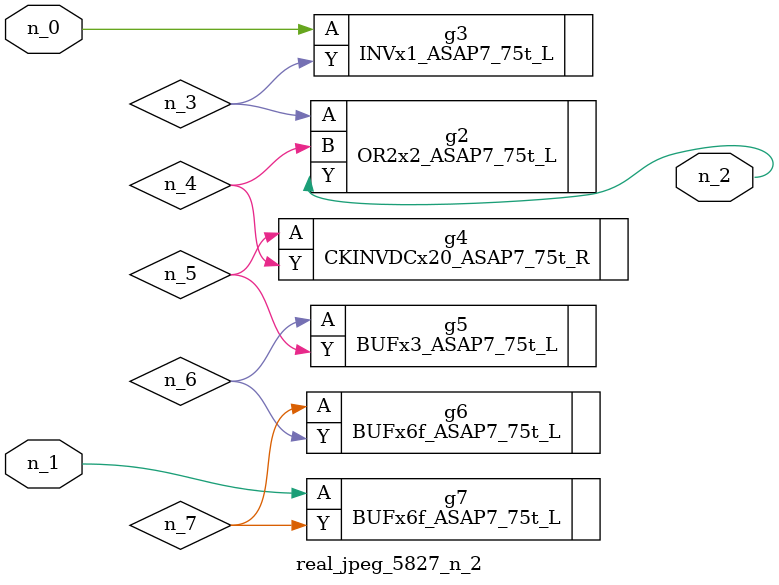
<source format=v>
module real_jpeg_5827_n_2 (n_1, n_0, n_2);

input n_1;
input n_0;

output n_2;

wire n_5;
wire n_4;
wire n_6;
wire n_7;
wire n_3;

INVx1_ASAP7_75t_L g3 ( 
.A(n_0),
.Y(n_3)
);

BUFx6f_ASAP7_75t_L g7 ( 
.A(n_1),
.Y(n_7)
);

OR2x2_ASAP7_75t_L g2 ( 
.A(n_3),
.B(n_4),
.Y(n_2)
);

CKINVDCx20_ASAP7_75t_R g4 ( 
.A(n_5),
.Y(n_4)
);

BUFx3_ASAP7_75t_L g5 ( 
.A(n_6),
.Y(n_5)
);

BUFx6f_ASAP7_75t_L g6 ( 
.A(n_7),
.Y(n_6)
);


endmodule
</source>
